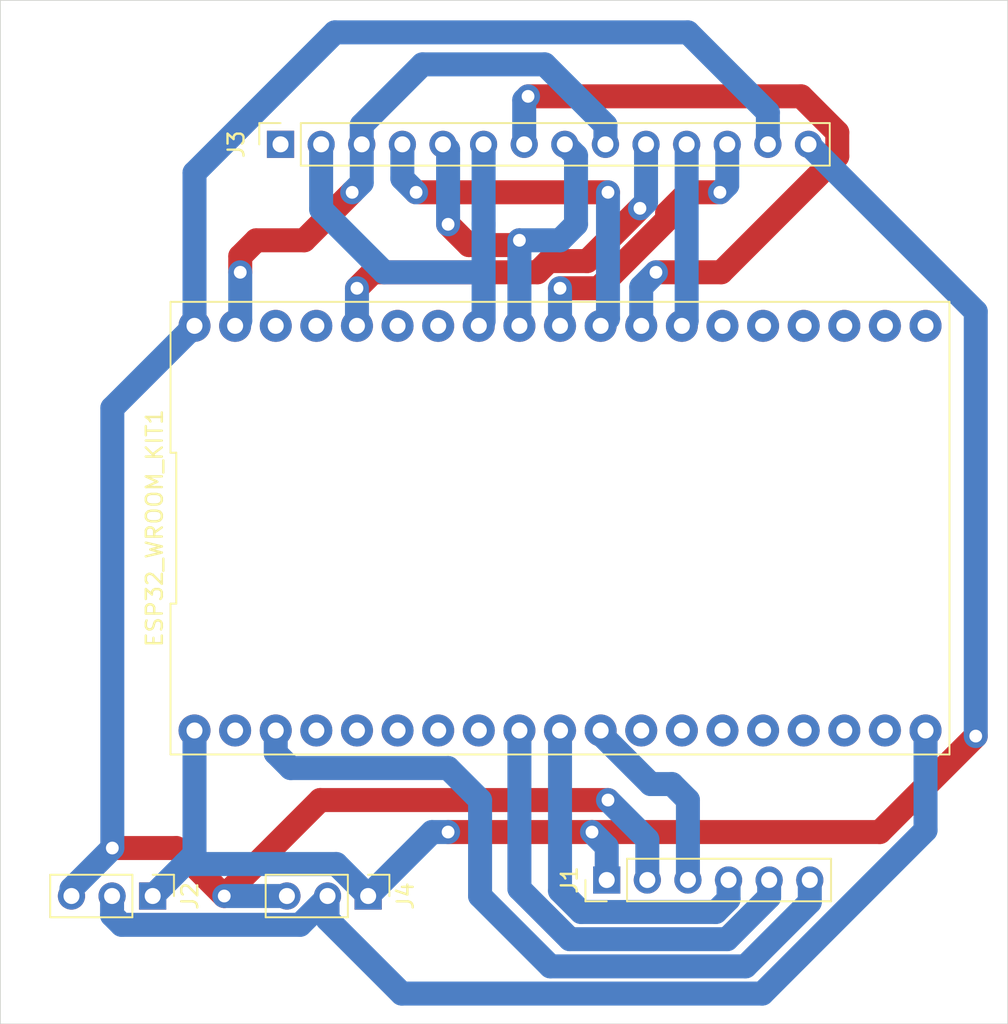
<source format=kicad_pcb>
(kicad_pcb (version 20240108) (generator "pcbnew") (generator_version "8.0")
  (layers (0 "F.Cu" signal) (31 "B.Cu" signal) (34 "B.Paste" user) (35 "F.Paste" user) (36 "B.SilkS" user "B.Silkscreen") (37 "F.SilkS" user "F.Silkscreen") (38 "B.Mask" user) (39 "F.Mask" user) (44 "Edge.Cuts" user))
  (net 0 "")
  (net 3 "MOSI")
  (net 7 "GND")
  (net 10 "+3.3V")
  (net 13 "SCK")
  (net 16 "CS")
  (net 20 "Trig")
  (net 22 "Data")
  (net 23 "RESET")
  (net 25 "+5V")
  (net 26 "Analog_Pin1")
  (net 30 "Clock")
  (net 31 "DC")
  (net 32 "MISO")
  (net 33 "LED")
  (net 36 "T_CS")
  (footprint "Connector_PinSocket_2.54mm:PinSocket_1x14_P2.54mm_Vertical" (layer "F.Cu") (at 118.52 78 90)
    (property "Reference" "J3" (at 0 -2.77 90) (layer "F.SilkS"))
    (property "Value" "Conn_01x14_Socket")
    (fp_line (start 1.33 -1.33) (end 1.33 0) (stroke (width 0.12)) (layer "F.SilkS"))
    (fp_line (start 0 -1.33) (end 1.33 -1.33) (stroke (width 0.12)) (layer "F.SilkS"))
    (fp_line (start 1.33 1.27) (end 1.33 34.35) (stroke (width 0.12)) (layer "F.SilkS"))
    (fp_line (start -1.33 1.27) (end 1.33 1.27) (stroke (width 0.12)) (layer "F.SilkS"))
    (fp_line (start -1.33 1.27) (end -1.33 34.35) (stroke (width 0.12)) (layer "F.SilkS"))
    (fp_line (start -1.33 34.35) (end 1.33 34.35) (stroke (width 0.12)) (layer "F.SilkS"))
    (pad "1" thru_hole rect (at 0 0 90) (size 1.7 1.7) (drill 1) (layers "*.Cu" "*.Mask"))
    (pad "2" thru_hole oval (at 0 2.54 90) (size 1.7 1.7) (drill 1) (layers "*.Cu" "*.Mask") (net 32 "MISO"))
    (pad "3" thru_hole oval (at 0 5.08 90) (size 1.7 1.7) (drill 1) (layers "*.Cu" "*.Mask") (net 3 "MOSI"))
    (pad "4" thru_hole oval (at 0 7.62 90) (size 1.7 1.7) (drill 1) (layers "*.Cu" "*.Mask") (net 36 "T_CS"))
    (pad "5" thru_hole oval (at 0 10.16 90) (size 1.7 1.7) (drill 1) (layers "*.Cu" "*.Mask") (net 13 "SCK"))
    (pad "6" thru_hole oval (at 0 12.7 90) (size 1.7 1.7) (drill 1) (layers "*.Cu" "*.Mask") (net 32 "MISO"))
    (pad "7" thru_hole oval (at 0 15.24 90) (size 1.7 1.7) (drill 1) (layers "*.Cu" "*.Mask") (net 33 "LED"))
    (pad "8" thru_hole oval (at 0 17.78 90) (size 1.7 1.7) (drill 1) (layers "*.Cu" "*.Mask") (net 13 "SCK"))
    (pad "9" thru_hole oval (at 0 20.32 90) (size 1.7 1.7) (drill 1) (layers "*.Cu" "*.Mask") (net 3 "MOSI"))
    (pad "10" thru_hole oval (at 0 22.86 90) (size 1.7 1.7) (drill 1) (layers "*.Cu" "*.Mask") (net 31 "DC"))
    (pad "11" thru_hole oval (at 0 25.4 90) (size 1.7 1.7) (drill 1) (layers "*.Cu" "*.Mask") (net 23 "RESET"))
    (pad "12" thru_hole oval (at 0 27.94 90) (size 1.7 1.7) (drill 1) (layers "*.Cu" "*.Mask") (net 16 "CS"))
    (pad "13" thru_hole oval (at 0 30.48 90) (size 1.7 1.7) (drill 1) (layers "*.Cu" "*.Mask") (net 7 "GND"))
    (pad "14" thru_hole oval (at 0 33.02 90) (size 1.7 1.7) (drill 1) (layers "*.Cu" "*.Mask") (net 10 "+3.3V"))
  )
  (footprint "Connector_PinHeader_2.54mm:PinHeader_1x03_P2.54mm_Vertical" (layer "F.Cu") (at 124 125 -90)
    (property "Reference" "J4" (at 0 -2.33 90) (layer "F.SilkS"))
    (property "Value" "Conn_01x03_Pin")
    (fp_line (start -1.33 6.41) (end 1.33 6.41) (stroke (width 0.12)) (layer "F.SilkS"))
    (fp_line (start -1.33 1.27) (end -1.33 6.41) (stroke (width 0.12)) (layer "F.SilkS"))
    (fp_line (start -1.33 1.27) (end 1.33 1.27) (stroke (width 0.12)) (layer "F.SilkS"))
    (fp_line (start 1.33 1.27) (end 1.33 6.41) (stroke (width 0.12)) (layer "F.SilkS"))
    (fp_line (start -1.33 0) (end -1.33 -1.33) (stroke (width 0.12)) (layer "F.SilkS"))
    (fp_line (start -1.33 -1.33) (end 0 -1.33) (stroke (width 0.12)) (layer "F.SilkS"))
    (pad "1" thru_hole rect (at 0 0 270) (size 1.7 1.7) (drill 1) (layers "*.Cu" "*.Mask") (net 10 "+3.3V"))
    (pad "2" thru_hole oval (at 0 2.54 270) (size 1.7 1.7) (drill 1) (layers "*.Cu" "*.Mask") (net 25 "+5V"))
    (pad "3" thru_hole oval (at 0 5.08 270) (size 1.7 1.7) (drill 1) (layers "*.Cu" "*.Mask") (net 7 "GND"))
  )
  (footprint "MyEsp32Library:Esp32_Wroom32_DevKit" (layer "F.Cu") (at 136 102)
    (property "Reference" "ESP32_WROOM_KIT1" (at -25.36 0 90) (layer "F.SilkS"))
    (property "Value" "~" (hide yes))
    (fp_line (start -24.36 -14.15) (end -24.36 -4.716666) (stroke (width 0.12)) (layer "F.SilkS"))
    (fp_line (start -24.36 -4.716666) (end -24 -4.716666) (stroke (width 0.12)) (layer "F.SilkS"))
    (fp_line (start -24.36 4.716666) (end -24.36 14.149999) (stroke (width 0.12)) (layer "F.SilkS"))
    (fp_line (start -24.36 14.149999) (end 24.36 14.15) (stroke (width 0.12)) (layer "F.SilkS"))
    (fp_line (start -24 -4.716666) (end -24 4.716666) (stroke (width 0.12)) (layer "F.SilkS"))
    (fp_line (start -24 4.716666) (end -24.36 4.716666) (stroke (width 0.12)) (layer "F.SilkS"))
    (fp_line (start 24.36 -14.149999) (end -24.36 -14.15) (stroke (width 0.12)) (layer "F.SilkS"))
    (fp_line (start 24.36 14.15) (end 24.36 -14.149999) (stroke (width 0.12)) (layer "F.SilkS"))
    (pad "1" thru_hole circle (at -22.86 12.65) (size 2 2) (drill 1) (layers "*.Cu" "*.Mask") (net 10 "+3.3V"))
    (pad "2" thru_hole circle (at -20.32 12.65) (size 2 2) (drill 1) (layers "*.Cu" "*.Mask"))
    (pad "3" thru_hole circle (at -17.78 12.65) (size 2 2) (drill 1) (layers "*.Cu" "*.Mask") (net 26 "Analog_Pin1"))
    (pad "4" thru_hole circle (at -15.24 12.65) (size 2 2) (drill 1) (layers "*.Cu" "*.Mask"))
    (pad "5" thru_hole circle (at -12.7 12.65) (size 2 2) (drill 1) (layers "*.Cu" "*.Mask"))
    (pad "6" thru_hole circle (at -10.16 12.65) (size 2 2) (drill 1) (layers "*.Cu" "*.Mask"))
    (pad "7" thru_hole circle (at -7.62 12.65) (size 2 2) (drill 1) (layers "*.Cu" "*.Mask"))
    (pad "8" thru_hole circle (at -5.08 12.65) (size 2 2) (drill 1) (layers "*.Cu" "*.Mask"))
    (pad "9" thru_hole circle (at -2.54 12.65) (size 2 2) (drill 1) (layers "*.Cu" "*.Mask") (net 22 "Data"))
    (pad "10" thru_hole circle (at 0 12.65) (size 2 2) (drill 1) (layers "*.Cu" "*.Mask") (net 30 "Clock"))
    (pad "11" thru_hole circle (at 2.54 12.65) (size 2 2) (drill 1) (layers "*.Cu" "*.Mask") (net 20 "Trig"))
    (pad "12" thru_hole circle (at 5.08 12.65) (size 2 2) (drill 1) (layers "*.Cu" "*.Mask"))
    (pad "13" thru_hole circle (at 7.62 12.65) (size 2 2) (drill 1) (layers "*.Cu" "*.Mask"))
    (pad "14" thru_hole circle (at 10.16 12.65) (size 2 2) (drill 1) (layers "*.Cu" "*.Mask"))
    (pad "15" thru_hole circle (at 12.7 12.65) (size 2 2) (drill 1) (layers "*.Cu" "*.Mask"))
    (pad "16" thru_hole circle (at 15.24 12.65) (size 2 2) (drill 1) (layers "*.Cu" "*.Mask"))
    (pad "17" thru_hole circle (at 17.78 12.65) (size 2 2) (drill 1) (layers "*.Cu" "*.Mask"))
    (pad "18" thru_hole circle (at 20.32 12.65) (size 2 2) (drill 1) (layers "*.Cu" "*.Mask"))
    (pad "19" thru_hole circle (at 22.86 12.65) (size 2 2) (drill 1) (layers "*.Cu" "*.Mask") (net 25 "+5V"))
    (pad "20" thru_hole circle (at 22.86 -12.65) (size 2 2) (drill 1) (layers "*.Cu" "*.Mask"))
    (pad "21" thru_hole circle (at 20.32 -12.65) (size 2 2) (drill 1) (layers "*.Cu" "*.Mask"))
    (pad "22" thru_hole circle (at 17.78 -12.65) (size 2 2) (drill 1) (layers "*.Cu" "*.Mask"))
    (pad "23" thru_hole circle (at 15.24 -12.65) (size 2 2) (drill 1) (layers "*.Cu" "*.Mask"))
    (pad "24" thru_hole circle (at 12.7 -12.65) (size 2 2) (drill 1) (layers "*.Cu" "*.Mask"))
    (pad "25" thru_hole circle (at 10.16 -12.65) (size 2 2) (drill 1) (layers "*.Cu" "*.Mask"))
    (pad "26" thru_hole circle (at 7.62 -12.65) (size 2 2) (drill 1) (layers "*.Cu" "*.Mask") (net 23 "RESET"))
    (pad "27" thru_hole circle (at 5.08 -12.65) (size 2 2) (drill 1) (layers "*.Cu" "*.Mask") (net 33 "LED"))
    (pad "28" thru_hole circle (at 2.54 -12.65) (size 2 2) (drill 1) (layers "*.Cu" "*.Mask") (net 36 "T_CS"))
    (pad "29" thru_hole circle (at 0 -12.65) (size 2 2) (drill 1) (layers "*.Cu" "*.Mask") (net 16 "CS"))
    (pad "30" thru_hole circle (at -2.54 -12.65) (size 2 2) (drill 1) (layers "*.Cu" "*.Mask") (net 13 "SCK"))
    (pad "31" thru_hole circle (at -5.08 -12.65) (size 2 2) (drill 1) (layers "*.Cu" "*.Mask") (net 32 "MISO"))
    (pad "32" thru_hole circle (at -7.62 -12.65) (size 2 2) (drill 1) (layers "*.Cu" "*.Mask"))
    (pad "33" thru_hole circle (at -10.16 -12.65) (size 2 2) (drill 1) (layers "*.Cu" "*.Mask"))
    (pad "34" thru_hole circle (at -12.7 -12.65) (size 2 2) (drill 1) (layers "*.Cu" "*.Mask") (net 31 "DC"))
    (pad "35" thru_hole circle (at -15.24 -12.65) (size 2 2) (drill 1) (layers "*.Cu" "*.Mask"))
    (pad "36" thru_hole circle (at -17.78 -12.65) (size 2 2) (drill 1) (layers "*.Cu" "*.Mask"))
    (pad "37" thru_hole circle (at -20.32 -12.65) (size 2 2) (drill 1) (layers "*.Cu" "*.Mask") (net 3 "MOSI"))
    (pad "38" thru_hole circle (at -22.86 -12.65) (size 2 2) (drill 1) (layers "*.Cu" "*.Mask") (net 7 "GND"))
  )
  (footprint "Connector_PinHeader_2.54mm:PinHeader_1x03_P2.54mm_Vertical" (layer "F.Cu") (at 110.525 125 -90)
    (property "Reference" "J2" (at 0 -2.33 90) (layer "F.SilkS"))
    (property "Value" "Conn_01x03_Pin")
    (fp_line (start -1.33 6.41) (end 1.33 6.41) (stroke (width 0.12)) (layer "F.SilkS"))
    (fp_line (start -1.33 1.27) (end -1.33 6.41) (stroke (width 0.12)) (layer "F.SilkS"))
    (fp_line (start -1.33 1.27) (end 1.33 1.27) (stroke (width 0.12)) (layer "F.SilkS"))
    (fp_line (start 1.33 1.27) (end 1.33 6.41) (stroke (width 0.12)) (layer "F.SilkS"))
    (fp_line (start -1.33 0) (end -1.33 -1.33) (stroke (width 0.12)) (layer "F.SilkS"))
    (fp_line (start -1.33 -1.33) (end 0 -1.33) (stroke (width 0.12)) (layer "F.SilkS"))
    (pad "1" thru_hole rect (at 0 0 270) (size 1.7 1.7) (drill 1) (layers "*.Cu" "*.Mask") (net 10 "+3.3V"))
    (pad "2" thru_hole oval (at 0 2.54 270) (size 1.7 1.7) (drill 1) (layers "*.Cu" "*.Mask") (net 25 "+5V"))
    (pad "3" thru_hole oval (at 0 5.08 270) (size 1.7 1.7) (drill 1) (layers "*.Cu" "*.Mask") (net 7 "GND"))
  )
  (footprint "Connector_PinHeader_2.54mm:PinHeader_1x06_P2.54mm_Vertical" (layer "F.Cu") (at 138.92 124 90)
    (property "Reference" "J1" (at 0 -2.33 90) (layer "F.SilkS"))
    (property "Value" "Conn_01x06_Pin")
    (fp_line (start -1.33 -1.33) (end 0 -1.33) (stroke (width 0.12)) (layer "F.SilkS"))
    (fp_line (start -1.33 0) (end -1.33 -1.33) (stroke (width 0.12)) (layer "F.SilkS"))
    (fp_line (start 1.33 1.27) (end 1.33 14.03) (stroke (width 0.12)) (layer "F.SilkS"))
    (fp_line (start -1.33 1.27) (end 1.33 1.27) (stroke (width 0.12)) (layer "F.SilkS"))
    (fp_line (start -1.33 1.27) (end -1.33 14.03) (stroke (width 0.12)) (layer "F.SilkS"))
    (fp_line (start -1.33 14.03) (end 1.33 14.03) (stroke (width 0.12)) (layer "F.SilkS"))
    (pad "1" thru_hole rect (at 0 0 90) (size 1.7 1.7) (drill 1) (layers "*.Cu" "*.Mask") (net 10 "+3.3V"))
    (pad "2" thru_hole oval (at 0 2.54 90) (size 1.7 1.7) (drill 1) (layers "*.Cu" "*.Mask") (net 7 "GND"))
    (pad "3" thru_hole oval (at 0 5.08 90) (size 1.7 1.7) (drill 1) (layers "*.Cu" "*.Mask") (net 20 "Trig"))
    (pad "4" thru_hole oval (at 0 7.62 90) (size 1.7 1.7) (drill 1) (layers "*.Cu" "*.Mask") (net 30 "Clock"))
    (pad "5" thru_hole oval (at 0 10.16 90) (size 1.7 1.7) (drill 1) (layers "*.Cu" "*.Mask") (net 22 "Data"))
    (pad "6" thru_hole oval (at 0 12.7 90) (size 1.7 1.7) (drill 1) (layers "*.Cu" "*.Mask") (net 26 "Analog_Pin1"))
  )
  (gr_rect (start 101 69) (end 164 133) (stroke (width 0.05)) (fill none) (layer "Edge.Cuts"))
  (segment (start 123 81) (end 120 84) (width 1.5) (layer "F.Cu") (net 3))
  (segment (start 117 84) (end 116 85) (width 1.5) (layer "F.Cu") (net 3))
  (segment (start 116 85) (end 116 86) (width 1.5) (layer "F.Cu") (net 3))
  (segment (start 120 84) (end 117 84) (width 1.5) (layer "F.Cu") (net 3))
  (via (at 123 81) (size 1.2) (drill 0.8) (layers "F.Cu" "B.Cu") (net 3))
  (via (at 116 86) (size 1.2) (drill 0.8) (layers "F.Cu" "B.Cu") (net 3))
  (segment (start 138.84 76.797919) (end 135.042081 73) (width 1.5) (layer "B.Cu") (net 3))
  (segment (start 123.6 80.4) (end 123 81) (width 1.5) (layer "B.Cu") (net 3))
  (segment (start 138.84 78) (end 138.84 76.797919) (width 1.5) (layer "B.Cu") (net 3))
  (segment (start 123.6 76.797919) (end 123.6 78) (width 1.5) (layer "B.Cu") (net 3))
  (segment (start 127.397919 73) (end 123.6 76.797919) (width 1.5) (layer "B.Cu") (net 3))
  (segment (start 123.6 78) (end 123.6 80.4) (width 1.5) (layer "B.Cu") (net 3))
  (segment (start 135.042081 73) (end 127.397919 73) (width 1.5) (layer "B.Cu") (net 3))
  (segment (start 116 86) (end 116 89.03) (width 1.5) (layer "B.Cu") (net 3))
  (segment (start 116 89.03) (end 115.68 89.35) (width 1.5) (layer "B.Cu") (net 3))
  (segment (start 115 125) (end 112 122) (width 1.5) (layer "F.Cu") (net 7))
  (segment (start 121 119) (end 115 125) (width 1.5) (layer "F.Cu") (net 7))
  (segment (start 139 119) (end 121 119) (width 1.5) (layer "F.Cu") (net 7))
  (segment (start 112 122) (end 108 122) (width 1.5) (layer "F.Cu") (net 7))
  (via (at 139 119) (size 1.2) (drill 0.8) (layers "F.Cu" "B.Cu") (net 7))
  (via (at 115 125) (size 1.2) (drill 0.8) (layers "F.Cu" "B.Cu") (net 7))
  (via (at 108 122) (size 1.2) (drill 0.8) (layers "F.Cu" "B.Cu") (net 7))
  (segment (start 113.14 89.35) (end 113.14 79.78) (width 1.5) (layer "B.Cu") (net 7))
  (segment (start 105.445 124.555) (end 105.445 125) (width 1.5) (layer "B.Cu") (net 7))
  (segment (start 121.92 71) (end 144 71) (width 1.5) (layer "B.Cu") (net 7))
  (segment (start 149 76) (end 149 78) (width 1.5) (layer "B.Cu") (net 7))
  (segment (start 118.92 125) (end 115 125) (width 1.5) (layer "B.Cu") (net 7))
  (segment (start 113.14 79.78) (end 121.92 71) (width 1.5) (layer "B.Cu") (net 7))
  (segment (start 108 122) (end 108 94.49) (width 1.5) (layer "B.Cu") (net 7))
  (segment (start 108 122) (end 105.445 124.555) (width 1.5) (layer "B.Cu") (net 7))
  (segment (start 141.46 121.46) (end 139 119) (width 1.5) (layer "B.Cu") (net 7))
  (segment (start 144 71) (end 149 76) (width 1.5) (layer "B.Cu") (net 7))
  (segment (start 141.46 124) (end 141.46 121.46) (width 1.5) (layer "B.Cu") (net 7))
  (segment (start 108 94.49) (end 113.14 89.35) (width 1.5) (layer "B.Cu") (net 7))
  (segment (start 138 121) (end 156 121) (width 1.5) (layer "F.Cu") (net 10))
  (segment (start 138 121) (end 129 121) (width 1.5) (layer "F.Cu") (net 10))
  (segment (start 156 121) (end 162 115) (width 1.5) (layer "F.Cu") (net 10))
  (via (at 138 121) (size 1.2) (drill 0.8) (layers "F.Cu" "B.Cu") (net 10))
  (via (at 129 121) (size 1.2) (drill 0.8) (layers "F.Cu" "B.Cu") (net 10))
  (via (at 162 115) (size 1.2) (drill 0.8) (layers "F.Cu" "B.Cu") (net 10))
  (segment (start 122.005585 123) (end 112.525 123) (width 1.5) (layer "B.Cu") (net 10))
  (segment (start 124 125) (end 124 124.994415) (width 1.5) (layer "B.Cu") (net 10))
  (segment (start 138.92 121.92) (end 138 121) (width 1.5) (layer "B.Cu") (net 10))
  (segment (start 112.525 123) (end 110.525 125) (width 1.5) (layer "B.Cu") (net 10))
  (segment (start 124 124.994415) (end 122.005585 123) (width 1.5) (layer "B.Cu") (net 10))
  (segment (start 113.14 122.385) (end 112.525 123) (width 1.5) (layer "B.Cu") (net 10))
  (segment (start 138.92 124) (end 138.92 121.92) (width 1.5) (layer "B.Cu") (net 10))
  (segment (start 162 115) (end 162 88.46) (width 1.5) (layer "B.Cu") (net 10))
  (segment (start 162 88.46) (end 151.54 78) (width 1.5) (layer "B.Cu") (net 10))
  (segment (start 129 121) (end 128 121) (width 1.5) (layer "B.Cu") (net 10))
  (segment (start 113.14 114.65) (end 113.14 122.385) (width 1.5) (layer "B.Cu") (net 10))
  (segment (start 128 121) (end 124 125) (width 1.5) (layer "B.Cu") (net 10))
  (segment (start 130.3 84.3) (end 129 83) (width 1.5) (layer "F.Cu") (net 13))
  (segment (start 133.16 84.3) (end 130.3 84.3) (width 1.5) (layer "F.Cu") (net 13))
  (segment (start 133.46 84) (end 133.16 84.3) (width 1.5) (layer "F.Cu") (net 13))
  (via (at 133.46 84) (size 1.2) (drill 0.8) (layers "F.Cu" "B.Cu") (net 13))
  (via (at 129 83) (size 1.2) (drill 0.8) (layers "F.Cu" "B.Cu") (net 13))
  (segment (start 133.46 84) (end 136 84) (width 1.5) (layer "B.Cu") (net 13))
  (segment (start 137 78.7) (end 136.3 78) (width 1.5) (layer "B.Cu") (net 13))
  (segment (start 137 83) (end 137 78.7) (width 1.5) (layer "B.Cu") (net 13))
  (segment (start 136 84) (end 137 83) (width 1.5) (layer "B.Cu") (net 13))
  (segment (start 128.68 78) (end 129 78.32) (width 1.5) (layer "B.Cu") (net 13))
  (segment (start 133.46 84) (end 133.46 89.35) (width 1.5) (layer "B.Cu") (net 13))
  (segment (start 129 78.32) (end 129 83) (width 1.5) (layer "B.Cu") (net 13))
  (segment (start 146 81) (end 144 81) (width 1.5) (layer "F.Cu") (net 16))
  (segment (start 142.7 82.704164) (end 138.404164 87) (width 1.5) (layer "F.Cu") (net 16))
  (segment (start 142.7 82.3) (end 142.7 82.704164) (width 1.5) (layer "F.Cu") (net 16))
  (segment (start 144 81) (end 142.7 82.3) (width 1.5) (layer "F.Cu") (net 16))
  (segment (start 138.404164 87) (end 136 87) (width 1.5) (layer "F.Cu") (net 16))
  (via (at 136 87) (size 1.2) (drill 0.8) (layers "F.Cu" "B.Cu") (net 16))
  (via (at 146 81) (size 1.2) (drill 0.8) (layers "F.Cu" "B.Cu") (net 16))
  (segment (start 136 89.35) (end 136 87) (width 1.5) (layer "B.Cu") (net 16))
  (segment (start 146 81) (end 146.46 80.54) (width 1.5) (layer "B.Cu") (net 16))
  (segment (start 146.46 80.54) (end 146.46 78) (width 1.5) (layer "B.Cu") (net 16))
  (segment (start 143 118) (end 144 119) (width 1.5) (layer "B.Cu") (net 20))
  (segment (start 138.54 114.65) (end 138.54 114.867717) (width 1.5) (layer "B.Cu") (net 20))
  (segment (start 138.54 114.867717) (end 141.672283 118) (width 1.5) (layer "B.Cu") (net 20))
  (segment (start 144 119) (end 144 124) (width 1.5) (layer "B.Cu") (net 20))
  (segment (start 141.672283 118) (end 143 118) (width 1.5) (layer "B.Cu") (net 20))
  (segment (start 133.46 114.65) (end 133.46 124.544164) (width 1.5) (layer "B.Cu") (net 22))
  (segment (start 146.446245 127.7) (end 149.08 125.066245) (width 1.5) (layer "B.Cu") (net 22))
  (segment (start 133.46 124.544164) (end 136.615836 127.7) (width 1.5) (layer "B.Cu") (net 22))
  (segment (start 136.615836 127.7) (end 146.446245 127.7) (width 1.5) (layer "B.Cu") (net 22))
  (segment (start 149.08 125.066245) (end 149.08 124) (width 1.5) (layer "B.Cu") (net 22))
  (segment (start 143.92 78) (end 143.92 89.05) (width 1.5) (layer "B.Cu") (net 23))
  (segment (start 143.92 89.05) (end 143.62 89.35) (width 1.5) (layer "B.Cu") (net 23))
  (segment (start 108.582919 126.8) (end 119.74 126.8) (width 1.5) (layer "B.Cu") (net 25))
  (segment (start 121.46 126.46) (end 121.46 125) (width 1.5) (layer "B.Cu") (net 25))
  (segment (start 126.1 131.1) (end 121.46 126.46) (width 1.5) (layer "B.Cu") (net 25))
  (segment (start 148.65 131.1) (end 126.1 131.1) (width 1.5) (layer "B.Cu") (net 25))
  (segment (start 158.86 114.65) (end 158.86 120.89) (width 1.5) (layer "B.Cu") (net 25))
  (segment (start 107.985 125) (end 107.985 126.202081) (width 1.5) (layer "B.Cu") (net 25))
  (segment (start 119.74 126.8) (end 121.46 125.08) (width 1.5) (layer "B.Cu") (net 25))
  (segment (start 107.985 126.202081) (end 108.582919 126.8) (width 1.5) (layer "B.Cu") (net 25))
  (segment (start 121.46 125.08) (end 121.46 125) (width 1.5) (layer "B.Cu") (net 25))
  (segment (start 158.86 120.89) (end 148.65 131.1) (width 1.5) (layer "B.Cu") (net 25))
  (segment (start 131 125) (end 131 119) (width 1.5) (layer "B.Cu") (net 26))
  (segment (start 151.62 124) (end 151.62 125.38) (width 1.5) (layer "B.Cu") (net 26))
  (segment (start 147.6 129.4) (end 135.4 129.4) (width 1.5) (layer "B.Cu") (net 26))
  (segment (start 135.4 129.4) (end 131 125) (width 1.5) (layer "B.Cu") (net 26))
  (segment (start 151.62 125.38) (end 147.6 129.4) (width 1.5) (layer "B.Cu") (net 26))
  (segment (start 119.155787 117) (end 118.22 116.064213) (width 1.5) (layer "B.Cu") (net 26))
  (segment (start 118.22 116.064213) (end 118.22 114.65) (width 1.5) (layer "B.Cu") (net 26))
  (segment (start 131 119) (end 129 117) (width 1.5) (layer "B.Cu") (net 26))
  (segment (start 129 117) (end 119.155787 117) (width 1.5) (layer "B.Cu") (net 26))
  (segment (start 145.742081 126) (end 146.54 125.202081) (width 1.5) (layer "B.Cu") (net 30))
  (segment (start 136 114.65) (end 136 124.68) (width 1.5) (layer "B.Cu") (net 30))
  (segment (start 137.32 126) (end 145.742081 126) (width 1.5) (layer "B.Cu") (net 30))
  (segment (start 136 124.68) (end 137.32 126) (width 1.5) (layer "B.Cu") (net 30))
  (segment (start 146.54 125.202081) (end 146.54 124) (width 1.5) (layer "B.Cu") (net 30))
  (segment (start 124.3 86) (end 134.595837 86) (width 1.5) (layer "F.Cu") (net 31))
  (segment (start 137.7 85.3) (end 141 82) (width 1.5) (layer "F.Cu") (net 31))
  (segment (start 135.295837 85.3) (end 137.7 85.3) (width 1.5) (layer "F.Cu") (net 31))
  (segment (start 134.595837 86) (end 135.295837 85.3) (width 1.5) (layer "F.Cu") (net 31))
  (segment (start 123.3 87) (end 124.3 86) (width 1.5) (layer "F.Cu") (net 31))
  (via (at 123.3 87) (size 1.2) (drill 0.8) (layers "F.Cu" "B.Cu") (net 31))
  (via (at 141 82) (size 1.2) (drill 0.8) (layers "F.Cu" "B.Cu") (net 31))
  (segment (start 141.38 78) (end 141.38 81.62) (width 1.5) (layer "B.Cu") (net 31))
  (segment (start 141.38 81.62) (end 141 82) (width 1.5) (layer "B.Cu") (net 31))
  (segment (start 123.3 87) (end 123.3 89.35) (width 1.5) (layer "B.Cu") (net 31))
  (segment (start 125 86) (end 131.22 86) (width 1.5) (layer "B.Cu") (net 32))
  (segment (start 121.06 78) (end 121.06 82.06) (width 1.5) (layer "B.Cu") (net 32))
  (segment (start 121.06 82.06) (end 125 86) (width 1.5) (layer "B.Cu") (net 32))
  (segment (start 131.22 89.05) (end 130.92 89.35) (width 1.5) (layer "B.Cu") (net 32))
  (segment (start 131.22 83) (end 131.22 89.05) (width 1.5) (layer "B.Cu") (net 32))
  (segment (start 131.22 78) (end 131.22 83) (width 1.5) (layer "B.Cu") (net 32))
  (segment (start 146.085585 86) (end 142 86) (width 1.5) (layer "F.Cu") (net 33))
  (segment (start 153.34 78.745585) (end 146.085585 86) (width 1.5) (layer "F.Cu") (net 33))
  (segment (start 151.085585 75) (end 153.34 77.254415) (width 1.5) (layer "F.Cu") (net 33))
  (segment (start 153.34 77.254415) (end 153.34 78.745585) (width 1.5) (layer "F.Cu") (net 33))
  (segment (start 134 75) (end 151.085585 75) (width 1.5) (layer "F.Cu") (net 33))
  (via (at 134 75) (size 1.2) (drill 0.8) (layers "F.Cu" "B.Cu") (net 33))
  (via (at 142 86) (size 1.2) (drill 0.8) (layers "F.Cu" "B.Cu") (net 33))
  (segment (start 134 75) (end 133.76 75.24) (width 1.5) (layer "B.Cu") (net 33))
  (segment (start 141.08 86.92) (end 141.08 89.35) (width 1.5) (layer "B.Cu") (net 33))
  (segment (start 142 86) (end 141.08 86.92) (width 1.5) (layer "B.Cu") (net 33))
  (segment (start 133.76 75.24) (end 133.76 78) (width 1.5) (layer "B.Cu") (net 33))
  (segment (start 139 81) (end 127 81) (width 1.5) (layer "F.Cu") (net 36))
  (via (at 139 81) (size 1.2) (drill 0.8) (layers "F.Cu" "B.Cu") (net 36))
  (via (at 127 81) (size 1.2) (drill 0.8) (layers "F.Cu" "B.Cu") (net 36))
  (segment (start 139 88.89) (end 138.54 89.35) (width 1.5) (layer "B.Cu") (net 36))
  (segment (start 126.14 80.14) (end 127 81) (width 1.5) (layer "B.Cu") (net 36))
  (segment (start 126.14 78) (end 126.14 80.14) (width 1.5) (layer "B.Cu") (net 36))
  (segment (start 139 81) (end 139 88.89) (width 1.5) (layer "B.Cu") (net 36))
)
</source>
